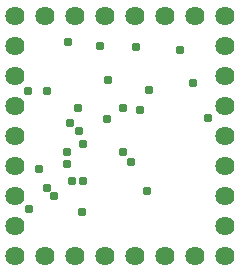
<source format=gbs>
G75*
G70*
%OFA0B0*%
%FSLAX24Y24*%
%IPPOS*%
%LPD*%
%AMOC8*
5,1,8,0,0,1.08239X$1,22.5*
%
%ADD10C,0.0640*%
%ADD11C,0.0310*%
D10*
X000632Y001226D03*
X000632Y002226D03*
X000632Y003226D03*
X000632Y004226D03*
X000632Y005226D03*
X000632Y006226D03*
X000632Y007226D03*
X000632Y008226D03*
X000632Y009226D03*
X001632Y009226D03*
X002632Y009226D03*
X003632Y009226D03*
X004632Y009226D03*
X005632Y009226D03*
X006632Y009226D03*
X007632Y009226D03*
X007632Y008226D03*
X007632Y007226D03*
X007632Y006226D03*
X007632Y005226D03*
X007632Y004226D03*
X007632Y003226D03*
X007632Y002226D03*
X007632Y001226D03*
X006632Y001226D03*
X005632Y001226D03*
X004632Y001226D03*
X003632Y001226D03*
X002632Y001226D03*
X001632Y001226D03*
D11*
X001092Y002806D03*
X001692Y003486D03*
X001932Y003226D03*
X002522Y003716D03*
X002872Y003716D03*
X002352Y004306D03*
X002352Y004686D03*
X002872Y004956D03*
X002752Y005386D03*
X002462Y005656D03*
X002732Y006146D03*
X003682Y005806D03*
X004212Y006146D03*
X004792Y006106D03*
X005072Y006766D03*
X006132Y008086D03*
X006542Y006996D03*
X007052Y005826D03*
X005012Y003406D03*
X004472Y004366D03*
X004212Y004686D03*
X002852Y002706D03*
X001412Y004126D03*
X001672Y006726D03*
X001052Y006726D03*
X002372Y008366D03*
X003452Y008216D03*
X003712Y007086D03*
X004642Y008206D03*
M02*

</source>
